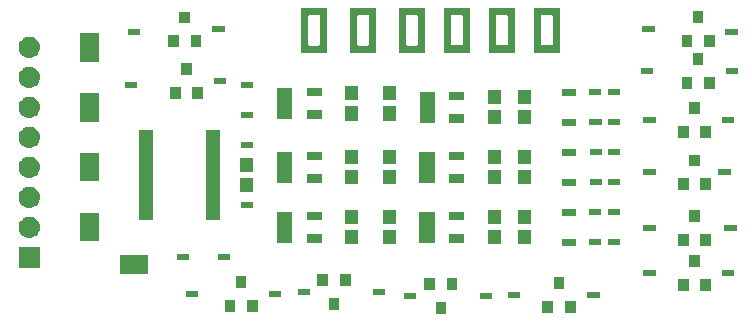
<source format=gbr>
G04 #@! TF.GenerationSoftware,KiCad,Pcbnew,5.0.2-bee76a0~70~ubuntu18.04.1*
G04 #@! TF.CreationDate,2019-01-18T08:46:58-08:00*
G04 #@! TF.ProjectId,SensorArray,53656e73-6f72-4417-9272-61792e6b6963,rev?*
G04 #@! TF.SameCoordinates,Original*
G04 #@! TF.FileFunction,Soldermask,Top*
G04 #@! TF.FilePolarity,Negative*
%FSLAX46Y46*%
G04 Gerber Fmt 4.6, Leading zero omitted, Abs format (unit mm)*
G04 Created by KiCad (PCBNEW 5.0.2-bee76a0~70~ubuntu18.04.1) date Fri 18 Jan 2019 08:46:58 AM PST*
%MOMM*%
%LPD*%
G01*
G04 APERTURE LIST*
%ADD10C,0.100000*%
G04 APERTURE END LIST*
D10*
G36*
X168650000Y-98766100D02*
X167748000Y-98766100D01*
X167748000Y-97764100D01*
X168650000Y-97764100D01*
X168650000Y-98766100D01*
X168650000Y-98766100D01*
G37*
G36*
X179598000Y-98676900D02*
X178696000Y-98676900D01*
X178696000Y-97674900D01*
X179598000Y-97674900D01*
X179598000Y-98676900D01*
X179598000Y-98676900D01*
G37*
G36*
X177698000Y-98676900D02*
X176796000Y-98676900D01*
X176796000Y-97674900D01*
X177698000Y-97674900D01*
X177698000Y-98676900D01*
X177698000Y-98676900D01*
G37*
G36*
X150788000Y-98608100D02*
X149886000Y-98608100D01*
X149886000Y-97606100D01*
X150788000Y-97606100D01*
X150788000Y-98608100D01*
X150788000Y-98608100D01*
G37*
G36*
X152688000Y-98608100D02*
X151786000Y-98608100D01*
X151786000Y-97606100D01*
X152688000Y-97606100D01*
X152688000Y-98608100D01*
X152688000Y-98608100D01*
G37*
G36*
X159601000Y-98433300D02*
X158699000Y-98433300D01*
X158699000Y-97431300D01*
X159601000Y-97431300D01*
X159601000Y-98433300D01*
X159601000Y-98433300D01*
G37*
G36*
X166112000Y-97516100D02*
X165070000Y-97516100D01*
X165070000Y-97014100D01*
X166112000Y-97014100D01*
X166112000Y-97516100D01*
X166112000Y-97516100D01*
G37*
G36*
X172530000Y-97516100D02*
X171488000Y-97516100D01*
X171488000Y-97014100D01*
X172530000Y-97014100D01*
X172530000Y-97516100D01*
X172530000Y-97516100D01*
G37*
G36*
X174908000Y-97426900D02*
X173866000Y-97426900D01*
X173866000Y-96924900D01*
X174908000Y-96924900D01*
X174908000Y-97426900D01*
X174908000Y-97426900D01*
G37*
G36*
X181651000Y-97406000D02*
X180609000Y-97406000D01*
X180609000Y-96904000D01*
X181651000Y-96904000D01*
X181651000Y-97406000D01*
X181651000Y-97406000D01*
G37*
G36*
X147658000Y-97358100D02*
X146616000Y-97358100D01*
X146616000Y-96856100D01*
X147658000Y-96856100D01*
X147658000Y-97358100D01*
X147658000Y-97358100D01*
G37*
G36*
X154668000Y-97358100D02*
X153626000Y-97358100D01*
X153626000Y-96856100D01*
X154668000Y-96856100D01*
X154668000Y-97358100D01*
X154668000Y-97358100D01*
G37*
G36*
X163481000Y-97183300D02*
X162439000Y-97183300D01*
X162439000Y-96681300D01*
X163481000Y-96681300D01*
X163481000Y-97183300D01*
X163481000Y-97183300D01*
G37*
G36*
X157111000Y-97183300D02*
X156069000Y-97183300D01*
X156069000Y-96681300D01*
X157111000Y-96681300D01*
X157111000Y-97183300D01*
X157111000Y-97183300D01*
G37*
G36*
X191065000Y-96813100D02*
X190163000Y-96813100D01*
X190163000Y-95811100D01*
X191065000Y-95811100D01*
X191065000Y-96813100D01*
X191065000Y-96813100D01*
G37*
G36*
X189165000Y-96813100D02*
X188263000Y-96813100D01*
X188263000Y-95811100D01*
X189165000Y-95811100D01*
X189165000Y-96813100D01*
X189165000Y-96813100D01*
G37*
G36*
X167700000Y-96766100D02*
X166798000Y-96766100D01*
X166798000Y-95764100D01*
X167700000Y-95764100D01*
X167700000Y-96766100D01*
X167700000Y-96766100D01*
G37*
G36*
X169600000Y-96766100D02*
X168698000Y-96766100D01*
X168698000Y-95764100D01*
X169600000Y-95764100D01*
X169600000Y-96766100D01*
X169600000Y-96766100D01*
G37*
G36*
X178648000Y-96676900D02*
X177746000Y-96676900D01*
X177746000Y-95674900D01*
X178648000Y-95674900D01*
X178648000Y-96676900D01*
X178648000Y-96676900D01*
G37*
G36*
X151738000Y-96608100D02*
X150836000Y-96608100D01*
X150836000Y-95606100D01*
X151738000Y-95606100D01*
X151738000Y-96608100D01*
X151738000Y-96608100D01*
G37*
G36*
X160551000Y-96433300D02*
X159649000Y-96433300D01*
X159649000Y-95431300D01*
X160551000Y-95431300D01*
X160551000Y-96433300D01*
X160551000Y-96433300D01*
G37*
G36*
X158651000Y-96433300D02*
X157749000Y-96433300D01*
X157749000Y-95431300D01*
X158651000Y-95431300D01*
X158651000Y-96433300D01*
X158651000Y-96433300D01*
G37*
G36*
X186375000Y-95563100D02*
X185333000Y-95563100D01*
X185333000Y-95061100D01*
X186375000Y-95061100D01*
X186375000Y-95563100D01*
X186375000Y-95563100D01*
G37*
G36*
X193030000Y-95563100D02*
X191988000Y-95563100D01*
X191988000Y-95061100D01*
X193030000Y-95061100D01*
X193030000Y-95563100D01*
X193030000Y-95563100D01*
G37*
G36*
X143426000Y-95416000D02*
X141024000Y-95416000D01*
X141024000Y-93814000D01*
X143426000Y-93814000D01*
X143426000Y-95416000D01*
X143426000Y-95416000D01*
G37*
G36*
X134251000Y-94881000D02*
X132449000Y-94881000D01*
X132449000Y-93079000D01*
X134251000Y-93079000D01*
X134251000Y-94881000D01*
X134251000Y-94881000D01*
G37*
G36*
X190115000Y-94813100D02*
X189213000Y-94813100D01*
X189213000Y-93811100D01*
X190115000Y-93811100D01*
X190115000Y-94813100D01*
X190115000Y-94813100D01*
G37*
G36*
X146876000Y-94231000D02*
X145834000Y-94231000D01*
X145834000Y-93729000D01*
X146876000Y-93729000D01*
X146876000Y-94231000D01*
X146876000Y-94231000D01*
G37*
G36*
X150381000Y-94231000D02*
X149339000Y-94231000D01*
X149339000Y-93729000D01*
X150381000Y-93729000D01*
X150381000Y-94231000D01*
X150381000Y-94231000D01*
G37*
G36*
X191065000Y-93003100D02*
X190163000Y-93003100D01*
X190163000Y-92001100D01*
X191065000Y-92001100D01*
X191065000Y-93003100D01*
X191065000Y-93003100D01*
G37*
G36*
X189165000Y-93003100D02*
X188263000Y-93003100D01*
X188263000Y-92001100D01*
X189165000Y-92001100D01*
X189165000Y-93003100D01*
X189165000Y-93003100D01*
G37*
G36*
X179636000Y-92991000D02*
X178454000Y-92991000D01*
X178454000Y-92429000D01*
X179636000Y-92429000D01*
X179636000Y-92991000D01*
X179636000Y-92991000D01*
G37*
G36*
X181781000Y-92961000D02*
X180739000Y-92961000D01*
X180739000Y-92459000D01*
X181781000Y-92459000D01*
X181781000Y-92961000D01*
X181781000Y-92961000D01*
G37*
G36*
X183376000Y-92961000D02*
X182334000Y-92961000D01*
X182334000Y-92459000D01*
X183376000Y-92459000D01*
X183376000Y-92961000D01*
X183376000Y-92961000D01*
G37*
G36*
X161206000Y-92891000D02*
X160104000Y-92891000D01*
X160104000Y-91689000D01*
X161206000Y-91689000D01*
X161206000Y-92891000D01*
X161206000Y-92891000D01*
G37*
G36*
X175811000Y-92891000D02*
X174709000Y-92891000D01*
X174709000Y-91689000D01*
X175811000Y-91689000D01*
X175811000Y-92891000D01*
X175811000Y-92891000D01*
G37*
G36*
X173271000Y-92891000D02*
X172169000Y-92891000D01*
X172169000Y-91689000D01*
X173271000Y-91689000D01*
X173271000Y-92891000D01*
X173271000Y-92891000D01*
G37*
G36*
X164381000Y-92891000D02*
X163279000Y-92891000D01*
X163279000Y-91689000D01*
X164381000Y-91689000D01*
X164381000Y-92891000D01*
X164381000Y-92891000D01*
G37*
G36*
X155631000Y-92741000D02*
X154329000Y-92741000D01*
X154329000Y-90139000D01*
X155631000Y-90139000D01*
X155631000Y-92741000D01*
X155631000Y-92741000D01*
G37*
G36*
X158131000Y-92741000D02*
X156829000Y-92741000D01*
X156829000Y-92039000D01*
X158131000Y-92039000D01*
X158131000Y-92741000D01*
X158131000Y-92741000D01*
G37*
G36*
X167676000Y-92741000D02*
X166374000Y-92741000D01*
X166374000Y-90139000D01*
X167676000Y-90139000D01*
X167676000Y-92741000D01*
X167676000Y-92741000D01*
G37*
G36*
X170176000Y-92741000D02*
X168874000Y-92741000D01*
X168874000Y-92039000D01*
X170176000Y-92039000D01*
X170176000Y-92741000D01*
X170176000Y-92741000D01*
G37*
G36*
X139216000Y-92641000D02*
X137614000Y-92641000D01*
X137614000Y-90239000D01*
X139216000Y-90239000D01*
X139216000Y-92641000D01*
X139216000Y-92641000D01*
G37*
G36*
X133460443Y-90545519D02*
X133526627Y-90552037D01*
X133639853Y-90586384D01*
X133696467Y-90603557D01*
X133835087Y-90677652D01*
X133852991Y-90687222D01*
X133888729Y-90716552D01*
X133990186Y-90799814D01*
X134073448Y-90901271D01*
X134102778Y-90937009D01*
X134102779Y-90937011D01*
X134186443Y-91093533D01*
X134186443Y-91093534D01*
X134237963Y-91263373D01*
X134255359Y-91440000D01*
X134237963Y-91616627D01*
X134216009Y-91689000D01*
X134186443Y-91786467D01*
X134184020Y-91791000D01*
X134102778Y-91942991D01*
X134073448Y-91978729D01*
X133990186Y-92080186D01*
X133888729Y-92163448D01*
X133852991Y-92192778D01*
X133852989Y-92192779D01*
X133696467Y-92276443D01*
X133639853Y-92293616D01*
X133526627Y-92327963D01*
X133460443Y-92334481D01*
X133394260Y-92341000D01*
X133305740Y-92341000D01*
X133239557Y-92334481D01*
X133173373Y-92327963D01*
X133060147Y-92293616D01*
X133003533Y-92276443D01*
X132847011Y-92192779D01*
X132847009Y-92192778D01*
X132811271Y-92163448D01*
X132709814Y-92080186D01*
X132626552Y-91978729D01*
X132597222Y-91942991D01*
X132515980Y-91791000D01*
X132513557Y-91786467D01*
X132483991Y-91689000D01*
X132462037Y-91616627D01*
X132444641Y-91440000D01*
X132462037Y-91263373D01*
X132513557Y-91093534D01*
X132513557Y-91093533D01*
X132597221Y-90937011D01*
X132597222Y-90937009D01*
X132626552Y-90901271D01*
X132709814Y-90799814D01*
X132811271Y-90716552D01*
X132847009Y-90687222D01*
X132864913Y-90677652D01*
X133003533Y-90603557D01*
X133060147Y-90586384D01*
X133173373Y-90552037D01*
X133239557Y-90545519D01*
X133305740Y-90539000D01*
X133394260Y-90539000D01*
X133460443Y-90545519D01*
X133460443Y-90545519D01*
G37*
G36*
X193235000Y-91753100D02*
X192193000Y-91753100D01*
X192193000Y-91251100D01*
X193235000Y-91251100D01*
X193235000Y-91753100D01*
X193235000Y-91753100D01*
G37*
G36*
X186375000Y-91753100D02*
X185333000Y-91753100D01*
X185333000Y-91251100D01*
X186375000Y-91251100D01*
X186375000Y-91753100D01*
X186375000Y-91753100D01*
G37*
G36*
X173271000Y-91191000D02*
X172169000Y-91191000D01*
X172169000Y-89989000D01*
X173271000Y-89989000D01*
X173271000Y-91191000D01*
X173271000Y-91191000D01*
G37*
G36*
X161206000Y-91191000D02*
X160104000Y-91191000D01*
X160104000Y-89989000D01*
X161206000Y-89989000D01*
X161206000Y-91191000D01*
X161206000Y-91191000D01*
G37*
G36*
X164381000Y-91191000D02*
X163279000Y-91191000D01*
X163279000Y-89989000D01*
X164381000Y-89989000D01*
X164381000Y-91191000D01*
X164381000Y-91191000D01*
G37*
G36*
X175811000Y-91191000D02*
X174709000Y-91191000D01*
X174709000Y-89989000D01*
X175811000Y-89989000D01*
X175811000Y-91191000D01*
X175811000Y-91191000D01*
G37*
G36*
X190115000Y-91003100D02*
X189213000Y-91003100D01*
X189213000Y-90001100D01*
X190115000Y-90001100D01*
X190115000Y-91003100D01*
X190115000Y-91003100D01*
G37*
G36*
X170176000Y-90841000D02*
X168874000Y-90841000D01*
X168874000Y-90139000D01*
X170176000Y-90139000D01*
X170176000Y-90841000D01*
X170176000Y-90841000D01*
G37*
G36*
X158131000Y-90841000D02*
X156829000Y-90841000D01*
X156829000Y-90139000D01*
X158131000Y-90139000D01*
X158131000Y-90841000D01*
X158131000Y-90841000D01*
G37*
G36*
X149501000Y-90821000D02*
X148299000Y-90821000D01*
X148299000Y-83169000D01*
X149501000Y-83169000D01*
X149501000Y-90821000D01*
X149501000Y-90821000D01*
G37*
G36*
X143801000Y-90821000D02*
X142599000Y-90821000D01*
X142599000Y-83169000D01*
X143801000Y-83169000D01*
X143801000Y-90821000D01*
X143801000Y-90821000D01*
G37*
G36*
X179636000Y-90451000D02*
X178454000Y-90451000D01*
X178454000Y-89889000D01*
X179636000Y-89889000D01*
X179636000Y-90451000D01*
X179636000Y-90451000D01*
G37*
G36*
X183376000Y-90421000D02*
X182334000Y-90421000D01*
X182334000Y-89919000D01*
X183376000Y-89919000D01*
X183376000Y-90421000D01*
X183376000Y-90421000D01*
G37*
G36*
X181776000Y-90421000D02*
X180734000Y-90421000D01*
X180734000Y-89919000D01*
X181776000Y-89919000D01*
X181776000Y-90421000D01*
X181776000Y-90421000D01*
G37*
G36*
X133460443Y-88005519D02*
X133526627Y-88012037D01*
X133639853Y-88046384D01*
X133696467Y-88063557D01*
X133835087Y-88137652D01*
X133852991Y-88147222D01*
X133888729Y-88176552D01*
X133990186Y-88259814D01*
X134073448Y-88361271D01*
X134102778Y-88397009D01*
X134102779Y-88397011D01*
X134186443Y-88553533D01*
X134186443Y-88553534D01*
X134237963Y-88723373D01*
X134255359Y-88900000D01*
X134237963Y-89076627D01*
X134203616Y-89189853D01*
X134186443Y-89246467D01*
X134166381Y-89284000D01*
X134102778Y-89402991D01*
X134073448Y-89438729D01*
X133990186Y-89540186D01*
X133888729Y-89623448D01*
X133852991Y-89652778D01*
X133852989Y-89652779D01*
X133696467Y-89736443D01*
X133639853Y-89753616D01*
X133526627Y-89787963D01*
X133460443Y-89794481D01*
X133394260Y-89801000D01*
X133305740Y-89801000D01*
X133239557Y-89794481D01*
X133173373Y-89787963D01*
X133060147Y-89753616D01*
X133003533Y-89736443D01*
X132847011Y-89652779D01*
X132847009Y-89652778D01*
X132811271Y-89623448D01*
X132709814Y-89540186D01*
X132626552Y-89438729D01*
X132597222Y-89402991D01*
X132533619Y-89284000D01*
X132513557Y-89246467D01*
X132496384Y-89189853D01*
X132462037Y-89076627D01*
X132444641Y-88900000D01*
X132462037Y-88723373D01*
X132513557Y-88553534D01*
X132513557Y-88553533D01*
X132597221Y-88397011D01*
X132597222Y-88397009D01*
X132626552Y-88361271D01*
X132709814Y-88259814D01*
X132811271Y-88176552D01*
X132847009Y-88147222D01*
X132864913Y-88137652D01*
X133003533Y-88063557D01*
X133060147Y-88046384D01*
X133173373Y-88012037D01*
X133239557Y-88005519D01*
X133305740Y-87999000D01*
X133394260Y-87999000D01*
X133460443Y-88005519D01*
X133460443Y-88005519D01*
G37*
G36*
X152286000Y-89786000D02*
X151244000Y-89786000D01*
X151244000Y-89284000D01*
X152286000Y-89284000D01*
X152286000Y-89786000D01*
X152286000Y-89786000D01*
G37*
G36*
X152316000Y-88446000D02*
X151214000Y-88446000D01*
X151214000Y-87244000D01*
X152316000Y-87244000D01*
X152316000Y-88446000D01*
X152316000Y-88446000D01*
G37*
G36*
X189174000Y-88293000D02*
X188272000Y-88293000D01*
X188272000Y-87291000D01*
X189174000Y-87291000D01*
X189174000Y-88293000D01*
X189174000Y-88293000D01*
G37*
G36*
X191074000Y-88293000D02*
X190172000Y-88293000D01*
X190172000Y-87291000D01*
X191074000Y-87291000D01*
X191074000Y-88293000D01*
X191074000Y-88293000D01*
G37*
G36*
X179636000Y-87911000D02*
X178454000Y-87911000D01*
X178454000Y-87349000D01*
X179636000Y-87349000D01*
X179636000Y-87911000D01*
X179636000Y-87911000D01*
G37*
G36*
X181836000Y-87881000D02*
X180794000Y-87881000D01*
X180794000Y-87379000D01*
X181836000Y-87379000D01*
X181836000Y-87881000D01*
X181836000Y-87881000D01*
G37*
G36*
X183376000Y-87881000D02*
X182334000Y-87881000D01*
X182334000Y-87379000D01*
X183376000Y-87379000D01*
X183376000Y-87881000D01*
X183376000Y-87881000D01*
G37*
G36*
X164381000Y-87811000D02*
X163279000Y-87811000D01*
X163279000Y-86609000D01*
X164381000Y-86609000D01*
X164381000Y-87811000D01*
X164381000Y-87811000D01*
G37*
G36*
X161206000Y-87811000D02*
X160104000Y-87811000D01*
X160104000Y-86609000D01*
X161206000Y-86609000D01*
X161206000Y-87811000D01*
X161206000Y-87811000D01*
G37*
G36*
X175811000Y-87811000D02*
X174709000Y-87811000D01*
X174709000Y-86609000D01*
X175811000Y-86609000D01*
X175811000Y-87811000D01*
X175811000Y-87811000D01*
G37*
G36*
X173271000Y-87811000D02*
X172169000Y-87811000D01*
X172169000Y-86609000D01*
X173271000Y-86609000D01*
X173271000Y-87811000D01*
X173271000Y-87811000D01*
G37*
G36*
X155631000Y-87661000D02*
X154329000Y-87661000D01*
X154329000Y-85059000D01*
X155631000Y-85059000D01*
X155631000Y-87661000D01*
X155631000Y-87661000D01*
G37*
G36*
X158131000Y-87661000D02*
X156829000Y-87661000D01*
X156829000Y-86959000D01*
X158131000Y-86959000D01*
X158131000Y-87661000D01*
X158131000Y-87661000D01*
G37*
G36*
X167676000Y-87661000D02*
X166374000Y-87661000D01*
X166374000Y-85059000D01*
X167676000Y-85059000D01*
X167676000Y-87661000D01*
X167676000Y-87661000D01*
G37*
G36*
X170176000Y-87661000D02*
X168874000Y-87661000D01*
X168874000Y-86959000D01*
X170176000Y-86959000D01*
X170176000Y-87661000D01*
X170176000Y-87661000D01*
G37*
G36*
X139231000Y-87561000D02*
X137629000Y-87561000D01*
X137629000Y-85159000D01*
X139231000Y-85159000D01*
X139231000Y-87561000D01*
X139231000Y-87561000D01*
G37*
G36*
X133460442Y-85465518D02*
X133526627Y-85472037D01*
X133639853Y-85506384D01*
X133696467Y-85523557D01*
X133835087Y-85597652D01*
X133852991Y-85607222D01*
X133869779Y-85621000D01*
X133990186Y-85719814D01*
X134073448Y-85821271D01*
X134102778Y-85857009D01*
X134102779Y-85857011D01*
X134186443Y-86013533D01*
X134186443Y-86013534D01*
X134237963Y-86183373D01*
X134255359Y-86360000D01*
X134237963Y-86536627D01*
X134236636Y-86541000D01*
X134186443Y-86706467D01*
X134112348Y-86845087D01*
X134102778Y-86862991D01*
X134073448Y-86898729D01*
X133990186Y-87000186D01*
X133888729Y-87083448D01*
X133852991Y-87112778D01*
X133852989Y-87112779D01*
X133696467Y-87196443D01*
X133639853Y-87213616D01*
X133526627Y-87247963D01*
X133460442Y-87254482D01*
X133394260Y-87261000D01*
X133305740Y-87261000D01*
X133239558Y-87254482D01*
X133173373Y-87247963D01*
X133060147Y-87213616D01*
X133003533Y-87196443D01*
X132847011Y-87112779D01*
X132847009Y-87112778D01*
X132811271Y-87083448D01*
X132709814Y-87000186D01*
X132626552Y-86898729D01*
X132597222Y-86862991D01*
X132587652Y-86845087D01*
X132513557Y-86706467D01*
X132463364Y-86541000D01*
X132462037Y-86536627D01*
X132444641Y-86360000D01*
X132462037Y-86183373D01*
X132513557Y-86013534D01*
X132513557Y-86013533D01*
X132597221Y-85857011D01*
X132597222Y-85857009D01*
X132626552Y-85821271D01*
X132709814Y-85719814D01*
X132830221Y-85621000D01*
X132847009Y-85607222D01*
X132864913Y-85597652D01*
X133003533Y-85523557D01*
X133060147Y-85506384D01*
X133173373Y-85472037D01*
X133239558Y-85465518D01*
X133305740Y-85459000D01*
X133394260Y-85459000D01*
X133460442Y-85465518D01*
X133460442Y-85465518D01*
G37*
G36*
X186384000Y-87043000D02*
X185342000Y-87043000D01*
X185342000Y-86541000D01*
X186384000Y-86541000D01*
X186384000Y-87043000D01*
X186384000Y-87043000D01*
G37*
G36*
X192734000Y-87043000D02*
X191692000Y-87043000D01*
X191692000Y-86541000D01*
X192734000Y-86541000D01*
X192734000Y-87043000D01*
X192734000Y-87043000D01*
G37*
G36*
X152316000Y-86746000D02*
X151214000Y-86746000D01*
X151214000Y-85544000D01*
X152316000Y-85544000D01*
X152316000Y-86746000D01*
X152316000Y-86746000D01*
G37*
G36*
X190124000Y-86293000D02*
X189222000Y-86293000D01*
X189222000Y-85291000D01*
X190124000Y-85291000D01*
X190124000Y-86293000D01*
X190124000Y-86293000D01*
G37*
G36*
X161206000Y-86111000D02*
X160104000Y-86111000D01*
X160104000Y-84909000D01*
X161206000Y-84909000D01*
X161206000Y-86111000D01*
X161206000Y-86111000D01*
G37*
G36*
X164381000Y-86111000D02*
X163279000Y-86111000D01*
X163279000Y-84909000D01*
X164381000Y-84909000D01*
X164381000Y-86111000D01*
X164381000Y-86111000D01*
G37*
G36*
X175811000Y-86111000D02*
X174709000Y-86111000D01*
X174709000Y-84909000D01*
X175811000Y-84909000D01*
X175811000Y-86111000D01*
X175811000Y-86111000D01*
G37*
G36*
X173271000Y-86111000D02*
X172169000Y-86111000D01*
X172169000Y-84909000D01*
X173271000Y-84909000D01*
X173271000Y-86111000D01*
X173271000Y-86111000D01*
G37*
G36*
X158131000Y-85761000D02*
X156829000Y-85761000D01*
X156829000Y-85059000D01*
X158131000Y-85059000D01*
X158131000Y-85761000D01*
X158131000Y-85761000D01*
G37*
G36*
X170176000Y-85761000D02*
X168874000Y-85761000D01*
X168874000Y-85059000D01*
X170176000Y-85059000D01*
X170176000Y-85761000D01*
X170176000Y-85761000D01*
G37*
G36*
X179636000Y-85371000D02*
X178454000Y-85371000D01*
X178454000Y-84809000D01*
X179636000Y-84809000D01*
X179636000Y-85371000D01*
X179636000Y-85371000D01*
G37*
G36*
X181831000Y-85341000D02*
X180789000Y-85341000D01*
X180789000Y-84839000D01*
X181831000Y-84839000D01*
X181831000Y-85341000D01*
X181831000Y-85341000D01*
G37*
G36*
X183376000Y-85341000D02*
X182334000Y-85341000D01*
X182334000Y-84839000D01*
X183376000Y-84839000D01*
X183376000Y-85341000D01*
X183376000Y-85341000D01*
G37*
G36*
X133460443Y-82925519D02*
X133526627Y-82932037D01*
X133639853Y-82966384D01*
X133696467Y-82983557D01*
X133835087Y-83057652D01*
X133852991Y-83067222D01*
X133888729Y-83096552D01*
X133990186Y-83179814D01*
X134073448Y-83281271D01*
X134102778Y-83317009D01*
X134102779Y-83317011D01*
X134186443Y-83473533D01*
X134186443Y-83473534D01*
X134237963Y-83643373D01*
X134255359Y-83820000D01*
X134237963Y-83996627D01*
X134203616Y-84109853D01*
X134186443Y-84166467D01*
X134166381Y-84204000D01*
X134102778Y-84322991D01*
X134073448Y-84358729D01*
X133990186Y-84460186D01*
X133888729Y-84543448D01*
X133852991Y-84572778D01*
X133852989Y-84572779D01*
X133696467Y-84656443D01*
X133639853Y-84673616D01*
X133526627Y-84707963D01*
X133460443Y-84714481D01*
X133394260Y-84721000D01*
X133305740Y-84721000D01*
X133239557Y-84714481D01*
X133173373Y-84707963D01*
X133060147Y-84673616D01*
X133003533Y-84656443D01*
X132847011Y-84572779D01*
X132847009Y-84572778D01*
X132811271Y-84543448D01*
X132709814Y-84460186D01*
X132626552Y-84358729D01*
X132597222Y-84322991D01*
X132533619Y-84204000D01*
X132513557Y-84166467D01*
X132496384Y-84109853D01*
X132462037Y-83996627D01*
X132444641Y-83820000D01*
X132462037Y-83643373D01*
X132513557Y-83473534D01*
X132513557Y-83473533D01*
X132597221Y-83317011D01*
X132597222Y-83317009D01*
X132626552Y-83281271D01*
X132709814Y-83179814D01*
X132811271Y-83096552D01*
X132847009Y-83067222D01*
X132864913Y-83057652D01*
X133003533Y-82983557D01*
X133060147Y-82966384D01*
X133173373Y-82932037D01*
X133239557Y-82925519D01*
X133305740Y-82919000D01*
X133394260Y-82919000D01*
X133460443Y-82925519D01*
X133460443Y-82925519D01*
G37*
G36*
X152286000Y-84706000D02*
X151244000Y-84706000D01*
X151244000Y-84204000D01*
X152286000Y-84204000D01*
X152286000Y-84706000D01*
X152286000Y-84706000D01*
G37*
G36*
X191074000Y-83848000D02*
X190172000Y-83848000D01*
X190172000Y-82846000D01*
X191074000Y-82846000D01*
X191074000Y-83848000D01*
X191074000Y-83848000D01*
G37*
G36*
X189174000Y-83848000D02*
X188272000Y-83848000D01*
X188272000Y-82846000D01*
X189174000Y-82846000D01*
X189174000Y-83848000D01*
X189174000Y-83848000D01*
G37*
G36*
X179636000Y-82831000D02*
X178454000Y-82831000D01*
X178454000Y-82269000D01*
X179636000Y-82269000D01*
X179636000Y-82831000D01*
X179636000Y-82831000D01*
G37*
G36*
X181811000Y-82801000D02*
X180769000Y-82801000D01*
X180769000Y-82299000D01*
X181811000Y-82299000D01*
X181811000Y-82801000D01*
X181811000Y-82801000D01*
G37*
G36*
X183376000Y-82801000D02*
X182334000Y-82801000D01*
X182334000Y-82299000D01*
X183376000Y-82299000D01*
X183376000Y-82801000D01*
X183376000Y-82801000D01*
G37*
G36*
X175811000Y-82731000D02*
X174709000Y-82731000D01*
X174709000Y-81529000D01*
X175811000Y-81529000D01*
X175811000Y-82731000D01*
X175811000Y-82731000D01*
G37*
G36*
X173271000Y-82731000D02*
X172169000Y-82731000D01*
X172169000Y-81529000D01*
X173271000Y-81529000D01*
X173271000Y-82731000D01*
X173271000Y-82731000D01*
G37*
G36*
X193039000Y-82598000D02*
X191997000Y-82598000D01*
X191997000Y-82096000D01*
X193039000Y-82096000D01*
X193039000Y-82598000D01*
X193039000Y-82598000D01*
G37*
G36*
X186384000Y-82598000D02*
X185342000Y-82598000D01*
X185342000Y-82096000D01*
X186384000Y-82096000D01*
X186384000Y-82598000D01*
X186384000Y-82598000D01*
G37*
G36*
X170196000Y-82581000D02*
X168894000Y-82581000D01*
X168894000Y-81879000D01*
X170196000Y-81879000D01*
X170196000Y-82581000D01*
X170196000Y-82581000D01*
G37*
G36*
X167696000Y-82581000D02*
X166394000Y-82581000D01*
X166394000Y-79979000D01*
X167696000Y-79979000D01*
X167696000Y-82581000D01*
X167696000Y-82581000D01*
G37*
G36*
X139231000Y-82496000D02*
X137629000Y-82496000D01*
X137629000Y-80094000D01*
X139231000Y-80094000D01*
X139231000Y-82496000D01*
X139231000Y-82496000D01*
G37*
G36*
X161206000Y-82411000D02*
X160104000Y-82411000D01*
X160104000Y-81209000D01*
X161206000Y-81209000D01*
X161206000Y-82411000D01*
X161206000Y-82411000D01*
G37*
G36*
X164381000Y-82411000D02*
X163279000Y-82411000D01*
X163279000Y-81209000D01*
X164381000Y-81209000D01*
X164381000Y-82411000D01*
X164381000Y-82411000D01*
G37*
G36*
X158131000Y-82261000D02*
X156829000Y-82261000D01*
X156829000Y-81559000D01*
X158131000Y-81559000D01*
X158131000Y-82261000D01*
X158131000Y-82261000D01*
G37*
G36*
X155631000Y-82261000D02*
X154329000Y-82261000D01*
X154329000Y-79659000D01*
X155631000Y-79659000D01*
X155631000Y-82261000D01*
X155631000Y-82261000D01*
G37*
G36*
X133460442Y-80385518D02*
X133526627Y-80392037D01*
X133639853Y-80426384D01*
X133696467Y-80443557D01*
X133835087Y-80517652D01*
X133852991Y-80527222D01*
X133888729Y-80556552D01*
X133990186Y-80639814D01*
X134073448Y-80741271D01*
X134102778Y-80777009D01*
X134102779Y-80777011D01*
X134186443Y-80933533D01*
X134186443Y-80933534D01*
X134237963Y-81103373D01*
X134255359Y-81280000D01*
X134237963Y-81456627D01*
X134203616Y-81569853D01*
X134186443Y-81626467D01*
X134184020Y-81631000D01*
X134102778Y-81782991D01*
X134073448Y-81818729D01*
X133990186Y-81920186D01*
X133888729Y-82003448D01*
X133852991Y-82032778D01*
X133852989Y-82032779D01*
X133696467Y-82116443D01*
X133639853Y-82133616D01*
X133526627Y-82167963D01*
X133460443Y-82174481D01*
X133394260Y-82181000D01*
X133305740Y-82181000D01*
X133239557Y-82174481D01*
X133173373Y-82167963D01*
X133060147Y-82133616D01*
X133003533Y-82116443D01*
X132847011Y-82032779D01*
X132847009Y-82032778D01*
X132811271Y-82003448D01*
X132709814Y-81920186D01*
X132626552Y-81818729D01*
X132597222Y-81782991D01*
X132515980Y-81631000D01*
X132513557Y-81626467D01*
X132496384Y-81569853D01*
X132462037Y-81456627D01*
X132444641Y-81280000D01*
X132462037Y-81103373D01*
X132513557Y-80933534D01*
X132513557Y-80933533D01*
X132597221Y-80777011D01*
X132597222Y-80777009D01*
X132626552Y-80741271D01*
X132709814Y-80639814D01*
X132811271Y-80556552D01*
X132847009Y-80527222D01*
X132864913Y-80517652D01*
X133003533Y-80443557D01*
X133060147Y-80426384D01*
X133173373Y-80392037D01*
X133239558Y-80385518D01*
X133305740Y-80379000D01*
X133394260Y-80379000D01*
X133460442Y-80385518D01*
X133460442Y-80385518D01*
G37*
G36*
X152286000Y-82166000D02*
X151244000Y-82166000D01*
X151244000Y-81664000D01*
X152286000Y-81664000D01*
X152286000Y-82166000D01*
X152286000Y-82166000D01*
G37*
G36*
X190124000Y-81848000D02*
X189222000Y-81848000D01*
X189222000Y-80846000D01*
X190124000Y-80846000D01*
X190124000Y-81848000D01*
X190124000Y-81848000D01*
G37*
G36*
X173271000Y-81031000D02*
X172169000Y-81031000D01*
X172169000Y-79829000D01*
X173271000Y-79829000D01*
X173271000Y-81031000D01*
X173271000Y-81031000D01*
G37*
G36*
X175811000Y-81031000D02*
X174709000Y-81031000D01*
X174709000Y-79829000D01*
X175811000Y-79829000D01*
X175811000Y-81031000D01*
X175811000Y-81031000D01*
G37*
G36*
X161206000Y-80711000D02*
X160104000Y-80711000D01*
X160104000Y-79509000D01*
X161206000Y-79509000D01*
X161206000Y-80711000D01*
X161206000Y-80711000D01*
G37*
G36*
X164381000Y-80711000D02*
X163279000Y-80711000D01*
X163279000Y-79509000D01*
X164381000Y-79509000D01*
X164381000Y-80711000D01*
X164381000Y-80711000D01*
G37*
G36*
X170196000Y-80681000D02*
X168894000Y-80681000D01*
X168894000Y-79979000D01*
X170196000Y-79979000D01*
X170196000Y-80681000D01*
X170196000Y-80681000D01*
G37*
G36*
X146162000Y-80554900D02*
X145260000Y-80554900D01*
X145260000Y-79552900D01*
X146162000Y-79552900D01*
X146162000Y-80554900D01*
X146162000Y-80554900D01*
G37*
G36*
X148062000Y-80554900D02*
X147160000Y-80554900D01*
X147160000Y-79552900D01*
X148062000Y-79552900D01*
X148062000Y-80554900D01*
X148062000Y-80554900D01*
G37*
G36*
X158131000Y-80361000D02*
X156829000Y-80361000D01*
X156829000Y-79659000D01*
X158131000Y-79659000D01*
X158131000Y-80361000D01*
X158131000Y-80361000D01*
G37*
G36*
X179636000Y-80291000D02*
X178454000Y-80291000D01*
X178454000Y-79729000D01*
X179636000Y-79729000D01*
X179636000Y-80291000D01*
X179636000Y-80291000D01*
G37*
G36*
X183376000Y-80261000D02*
X182334000Y-80261000D01*
X182334000Y-79759000D01*
X183376000Y-79759000D01*
X183376000Y-80261000D01*
X183376000Y-80261000D01*
G37*
G36*
X181761000Y-80261000D02*
X180719000Y-80261000D01*
X180719000Y-79759000D01*
X181761000Y-79759000D01*
X181761000Y-80261000D01*
X181761000Y-80261000D01*
G37*
G36*
X189476000Y-79704900D02*
X188574000Y-79704900D01*
X188574000Y-78702900D01*
X189476000Y-78702900D01*
X189476000Y-79704900D01*
X189476000Y-79704900D01*
G37*
G36*
X191376000Y-79704900D02*
X190474000Y-79704900D01*
X190474000Y-78702900D01*
X191376000Y-78702900D01*
X191376000Y-79704900D01*
X191376000Y-79704900D01*
G37*
G36*
X133460443Y-77845519D02*
X133526627Y-77852037D01*
X133639853Y-77886384D01*
X133696467Y-77903557D01*
X133788780Y-77952900D01*
X133852991Y-77987222D01*
X133888729Y-78016552D01*
X133990186Y-78099814D01*
X134073448Y-78201271D01*
X134102778Y-78237009D01*
X134102779Y-78237011D01*
X134186443Y-78393533D01*
X134186443Y-78393534D01*
X134237963Y-78563373D01*
X134255359Y-78740000D01*
X134237963Y-78916627D01*
X134203616Y-79029853D01*
X134186443Y-79086467D01*
X134166381Y-79124000D01*
X134102778Y-79242991D01*
X134073448Y-79278729D01*
X133990186Y-79380186D01*
X133888729Y-79463448D01*
X133852991Y-79492778D01*
X133852989Y-79492779D01*
X133696467Y-79576443D01*
X133639853Y-79593616D01*
X133526627Y-79627963D01*
X133460442Y-79634482D01*
X133394260Y-79641000D01*
X133305740Y-79641000D01*
X133239558Y-79634482D01*
X133173373Y-79627963D01*
X133060147Y-79593616D01*
X133003533Y-79576443D01*
X132847011Y-79492779D01*
X132847009Y-79492778D01*
X132811271Y-79463448D01*
X132709814Y-79380186D01*
X132626552Y-79278729D01*
X132597222Y-79242991D01*
X132533619Y-79124000D01*
X132513557Y-79086467D01*
X132496384Y-79029853D01*
X132462037Y-78916627D01*
X132444641Y-78740000D01*
X132462037Y-78563373D01*
X132513557Y-78393534D01*
X132513557Y-78393533D01*
X132597221Y-78237011D01*
X132597222Y-78237009D01*
X132626552Y-78201271D01*
X132709814Y-78099814D01*
X132811271Y-78016552D01*
X132847009Y-77987222D01*
X132911220Y-77952900D01*
X133003533Y-77903557D01*
X133060147Y-77886384D01*
X133173373Y-77852037D01*
X133239557Y-77845519D01*
X133305740Y-77839000D01*
X133394260Y-77839000D01*
X133460443Y-77845519D01*
X133460443Y-77845519D01*
G37*
G36*
X142481000Y-79626000D02*
X141439000Y-79626000D01*
X141439000Y-79124000D01*
X142481000Y-79124000D01*
X142481000Y-79626000D01*
X142481000Y-79626000D01*
G37*
G36*
X152286000Y-79626000D02*
X151244000Y-79626000D01*
X151244000Y-79124000D01*
X152286000Y-79124000D01*
X152286000Y-79626000D01*
X152286000Y-79626000D01*
G37*
G36*
X150027000Y-79304900D02*
X148985000Y-79304900D01*
X148985000Y-78802900D01*
X150027000Y-78802900D01*
X150027000Y-79304900D01*
X150027000Y-79304900D01*
G37*
G36*
X147112000Y-78554900D02*
X146210000Y-78554900D01*
X146210000Y-77552900D01*
X147112000Y-77552900D01*
X147112000Y-78554900D01*
X147112000Y-78554900D01*
G37*
G36*
X193356000Y-78454900D02*
X192314000Y-78454900D01*
X192314000Y-77952900D01*
X193356000Y-77952900D01*
X193356000Y-78454900D01*
X193356000Y-78454900D01*
G37*
G36*
X186181000Y-78454900D02*
X185139000Y-78454900D01*
X185139000Y-77952900D01*
X186181000Y-77952900D01*
X186181000Y-78454900D01*
X186181000Y-78454900D01*
G37*
G36*
X190426000Y-77704900D02*
X189524000Y-77704900D01*
X189524000Y-76702900D01*
X190426000Y-76702900D01*
X190426000Y-77704900D01*
X190426000Y-77704900D01*
G37*
G36*
X139231000Y-77416000D02*
X137629000Y-77416000D01*
X137629000Y-75014000D01*
X139231000Y-75014000D01*
X139231000Y-77416000D01*
X139231000Y-77416000D01*
G37*
G36*
X133460442Y-75305518D02*
X133526627Y-75312037D01*
X133639853Y-75346384D01*
X133696467Y-75363557D01*
X133835087Y-75437652D01*
X133852991Y-75447222D01*
X133888729Y-75476552D01*
X133990186Y-75559814D01*
X134073448Y-75661271D01*
X134102778Y-75697009D01*
X134102779Y-75697011D01*
X134186443Y-75853533D01*
X134189618Y-75864000D01*
X134237963Y-76023373D01*
X134255359Y-76200000D01*
X134237963Y-76376627D01*
X134203616Y-76489853D01*
X134186443Y-76546467D01*
X134123619Y-76664000D01*
X134102778Y-76702991D01*
X134073448Y-76738729D01*
X133990186Y-76840186D01*
X133888729Y-76923448D01*
X133852991Y-76952778D01*
X133852989Y-76952779D01*
X133696467Y-77036443D01*
X133639853Y-77053616D01*
X133526627Y-77087963D01*
X133460442Y-77094482D01*
X133394260Y-77101000D01*
X133305740Y-77101000D01*
X133239558Y-77094482D01*
X133173373Y-77087963D01*
X133060147Y-77053616D01*
X133003533Y-77036443D01*
X132847011Y-76952779D01*
X132847009Y-76952778D01*
X132811271Y-76923448D01*
X132709814Y-76840186D01*
X132626552Y-76738729D01*
X132597222Y-76702991D01*
X132576381Y-76664000D01*
X132513557Y-76546467D01*
X132496384Y-76489853D01*
X132462037Y-76376627D01*
X132444641Y-76200000D01*
X132462037Y-76023373D01*
X132510382Y-75864000D01*
X132513557Y-75853533D01*
X132597221Y-75697011D01*
X132597222Y-75697009D01*
X132626552Y-75661271D01*
X132709814Y-75559814D01*
X132811271Y-75476552D01*
X132847009Y-75447222D01*
X132864913Y-75437652D01*
X133003533Y-75363557D01*
X133060147Y-75346384D01*
X133173373Y-75312037D01*
X133239558Y-75305518D01*
X133305740Y-75299000D01*
X133394260Y-75299000D01*
X133460442Y-75305518D01*
X133460442Y-75305518D01*
G37*
G36*
X162711000Y-76664000D02*
X160509000Y-76664000D01*
X160509000Y-73589000D01*
X161111000Y-73589000D01*
X161111000Y-75937000D01*
X161113402Y-75961386D01*
X161120515Y-75984835D01*
X161132066Y-76006446D01*
X161147612Y-76025388D01*
X161166554Y-76040934D01*
X161188165Y-76052485D01*
X161211614Y-76059598D01*
X161236000Y-76062000D01*
X161984000Y-76062000D01*
X162008386Y-76059598D01*
X162031835Y-76052485D01*
X162053446Y-76040934D01*
X162072388Y-76025388D01*
X162087934Y-76006446D01*
X162099485Y-75984835D01*
X162106598Y-75961386D01*
X162109000Y-75937000D01*
X162109000Y-73589000D01*
X162106598Y-73564614D01*
X162099485Y-73541165D01*
X162087934Y-73519554D01*
X162072388Y-73500612D01*
X162053446Y-73485066D01*
X162031835Y-73473515D01*
X162008386Y-73466402D01*
X161984000Y-73464000D01*
X161236000Y-73464000D01*
X161211614Y-73466402D01*
X161188165Y-73473515D01*
X161166554Y-73485066D01*
X161147612Y-73500612D01*
X161132066Y-73519554D01*
X161120515Y-73541165D01*
X161113402Y-73564614D01*
X161111000Y-73589000D01*
X160509000Y-73589000D01*
X160509000Y-72862000D01*
X162711000Y-72862000D01*
X162711000Y-76664000D01*
X162711000Y-76664000D01*
G37*
G36*
X158581000Y-76664000D02*
X156379000Y-76664000D01*
X156379000Y-73589000D01*
X156981000Y-73589000D01*
X156981000Y-75937000D01*
X156983402Y-75961386D01*
X156990515Y-75984835D01*
X157002066Y-76006446D01*
X157017612Y-76025388D01*
X157036554Y-76040934D01*
X157058165Y-76052485D01*
X157081614Y-76059598D01*
X157106000Y-76062000D01*
X157854000Y-76062000D01*
X157878386Y-76059598D01*
X157901835Y-76052485D01*
X157923446Y-76040934D01*
X157942388Y-76025388D01*
X157957934Y-76006446D01*
X157969485Y-75984835D01*
X157976598Y-75961386D01*
X157979000Y-75937000D01*
X157979000Y-73589000D01*
X157976598Y-73564614D01*
X157969485Y-73541165D01*
X157957934Y-73519554D01*
X157942388Y-73500612D01*
X157923446Y-73485066D01*
X157901835Y-73473515D01*
X157878386Y-73466402D01*
X157854000Y-73464000D01*
X157106000Y-73464000D01*
X157081614Y-73466402D01*
X157058165Y-73473515D01*
X157036554Y-73485066D01*
X157017612Y-73500612D01*
X157002066Y-73519554D01*
X156990515Y-73541165D01*
X156983402Y-73564614D01*
X156981000Y-73589000D01*
X156379000Y-73589000D01*
X156379000Y-72862000D01*
X158581000Y-72862000D01*
X158581000Y-76664000D01*
X158581000Y-76664000D01*
G37*
G36*
X166836000Y-76664000D02*
X164634000Y-76664000D01*
X164634000Y-73589000D01*
X165236000Y-73589000D01*
X165236000Y-75937000D01*
X165238402Y-75961386D01*
X165245515Y-75984835D01*
X165257066Y-76006446D01*
X165272612Y-76025388D01*
X165291554Y-76040934D01*
X165313165Y-76052485D01*
X165336614Y-76059598D01*
X165361000Y-76062000D01*
X166109000Y-76062000D01*
X166133386Y-76059598D01*
X166156835Y-76052485D01*
X166178446Y-76040934D01*
X166197388Y-76025388D01*
X166212934Y-76006446D01*
X166224485Y-75984835D01*
X166231598Y-75961386D01*
X166234000Y-75937000D01*
X166234000Y-73589000D01*
X166231598Y-73564614D01*
X166224485Y-73541165D01*
X166212934Y-73519554D01*
X166197388Y-73500612D01*
X166178446Y-73485066D01*
X166156835Y-73473515D01*
X166133386Y-73466402D01*
X166109000Y-73464000D01*
X165361000Y-73464000D01*
X165336614Y-73466402D01*
X165313165Y-73473515D01*
X165291554Y-73485066D01*
X165272612Y-73500612D01*
X165257066Y-73519554D01*
X165245515Y-73541165D01*
X165238402Y-73564614D01*
X165236000Y-73589000D01*
X164634000Y-73589000D01*
X164634000Y-72862000D01*
X166836000Y-72862000D01*
X166836000Y-76664000D01*
X166836000Y-76664000D01*
G37*
G36*
X174456000Y-76654000D02*
X172254000Y-76654000D01*
X172254000Y-73579000D01*
X172856000Y-73579000D01*
X172856000Y-75927000D01*
X172858402Y-75951386D01*
X172865515Y-75974835D01*
X172877066Y-75996446D01*
X172892612Y-76015388D01*
X172911554Y-76030934D01*
X172933165Y-76042485D01*
X172956614Y-76049598D01*
X172981000Y-76052000D01*
X173729000Y-76052000D01*
X173753386Y-76049598D01*
X173776835Y-76042485D01*
X173798446Y-76030934D01*
X173817388Y-76015388D01*
X173832934Y-75996446D01*
X173844485Y-75974835D01*
X173851598Y-75951386D01*
X173854000Y-75927000D01*
X173854000Y-73579000D01*
X173851598Y-73554614D01*
X173844485Y-73531165D01*
X173832934Y-73509554D01*
X173817388Y-73490612D01*
X173798446Y-73475066D01*
X173776835Y-73463515D01*
X173753386Y-73456402D01*
X173729000Y-73454000D01*
X172981000Y-73454000D01*
X172956614Y-73456402D01*
X172933165Y-73463515D01*
X172911554Y-73475066D01*
X172892612Y-73490612D01*
X172877066Y-73509554D01*
X172865515Y-73531165D01*
X172858402Y-73554614D01*
X172856000Y-73579000D01*
X172254000Y-73579000D01*
X172254000Y-72852000D01*
X174456000Y-72852000D01*
X174456000Y-76654000D01*
X174456000Y-76654000D01*
G37*
G36*
X170646000Y-76654000D02*
X168444000Y-76654000D01*
X168444000Y-73579000D01*
X169046000Y-73579000D01*
X169046000Y-75927000D01*
X169048402Y-75951386D01*
X169055515Y-75974835D01*
X169067066Y-75996446D01*
X169082612Y-76015388D01*
X169101554Y-76030934D01*
X169123165Y-76042485D01*
X169146614Y-76049598D01*
X169171000Y-76052000D01*
X169919000Y-76052000D01*
X169943386Y-76049598D01*
X169966835Y-76042485D01*
X169988446Y-76030934D01*
X170007388Y-76015388D01*
X170022934Y-75996446D01*
X170034485Y-75974835D01*
X170041598Y-75951386D01*
X170044000Y-75927000D01*
X170044000Y-73579000D01*
X170041598Y-73554614D01*
X170034485Y-73531165D01*
X170022934Y-73509554D01*
X170007388Y-73490612D01*
X169988446Y-73475066D01*
X169966835Y-73463515D01*
X169943386Y-73456402D01*
X169919000Y-73454000D01*
X169171000Y-73454000D01*
X169146614Y-73456402D01*
X169123165Y-73463515D01*
X169101554Y-73475066D01*
X169082612Y-73490612D01*
X169067066Y-73509554D01*
X169055515Y-73531165D01*
X169048402Y-73554614D01*
X169046000Y-73579000D01*
X168444000Y-73579000D01*
X168444000Y-72852000D01*
X170646000Y-72852000D01*
X170646000Y-76654000D01*
X170646000Y-76654000D01*
G37*
G36*
X178266000Y-76654000D02*
X176064000Y-76654000D01*
X176064000Y-73579000D01*
X176666000Y-73579000D01*
X176666000Y-75927000D01*
X176668402Y-75951386D01*
X176675515Y-75974835D01*
X176687066Y-75996446D01*
X176702612Y-76015388D01*
X176721554Y-76030934D01*
X176743165Y-76042485D01*
X176766614Y-76049598D01*
X176791000Y-76052000D01*
X177539000Y-76052000D01*
X177563386Y-76049598D01*
X177586835Y-76042485D01*
X177608446Y-76030934D01*
X177627388Y-76015388D01*
X177642934Y-75996446D01*
X177654485Y-75974835D01*
X177661598Y-75951386D01*
X177664000Y-75927000D01*
X177664000Y-73579000D01*
X177661598Y-73554614D01*
X177654485Y-73531165D01*
X177642934Y-73509554D01*
X177627388Y-73490612D01*
X177608446Y-73475066D01*
X177586835Y-73463515D01*
X177563386Y-73456402D01*
X177539000Y-73454000D01*
X176791000Y-73454000D01*
X176766614Y-73456402D01*
X176743165Y-73463515D01*
X176721554Y-73475066D01*
X176702612Y-73490612D01*
X176687066Y-73509554D01*
X176675515Y-73531165D01*
X176668402Y-73554614D01*
X176666000Y-73579000D01*
X176064000Y-73579000D01*
X176064000Y-72852000D01*
X178266000Y-72852000D01*
X178266000Y-76654000D01*
X178266000Y-76654000D01*
G37*
G36*
X146012000Y-76193000D02*
X145110000Y-76193000D01*
X145110000Y-75191000D01*
X146012000Y-75191000D01*
X146012000Y-76193000D01*
X146012000Y-76193000D01*
G37*
G36*
X147912000Y-76193000D02*
X147010000Y-76193000D01*
X147010000Y-75191000D01*
X147912000Y-75191000D01*
X147912000Y-76193000D01*
X147912000Y-76193000D01*
G37*
G36*
X189476000Y-76164900D02*
X188574000Y-76164900D01*
X188574000Y-75162900D01*
X189476000Y-75162900D01*
X189476000Y-76164900D01*
X189476000Y-76164900D01*
G37*
G36*
X191376000Y-76164900D02*
X190474000Y-76164900D01*
X190474000Y-75162900D01*
X191376000Y-75162900D01*
X191376000Y-76164900D01*
X191376000Y-76164900D01*
G37*
G36*
X193331000Y-75181000D02*
X192289000Y-75181000D01*
X192289000Y-74679000D01*
X193331000Y-74679000D01*
X193331000Y-75181000D01*
X193331000Y-75181000D01*
G37*
G36*
X142761000Y-75181000D02*
X141719000Y-75181000D01*
X141719000Y-74679000D01*
X142761000Y-74679000D01*
X142761000Y-75181000D01*
X142761000Y-75181000D01*
G37*
G36*
X149877000Y-74943000D02*
X148835000Y-74943000D01*
X148835000Y-74441000D01*
X149877000Y-74441000D01*
X149877000Y-74943000D01*
X149877000Y-74943000D01*
G37*
G36*
X186296000Y-74914900D02*
X185254000Y-74914900D01*
X185254000Y-74412900D01*
X186296000Y-74412900D01*
X186296000Y-74914900D01*
X186296000Y-74914900D01*
G37*
G36*
X146962000Y-74193000D02*
X146060000Y-74193000D01*
X146060000Y-73191000D01*
X146962000Y-73191000D01*
X146962000Y-74193000D01*
X146962000Y-74193000D01*
G37*
G36*
X190426000Y-74164900D02*
X189524000Y-74164900D01*
X189524000Y-73162900D01*
X190426000Y-73162900D01*
X190426000Y-74164900D01*
X190426000Y-74164900D01*
G37*
M02*

</source>
